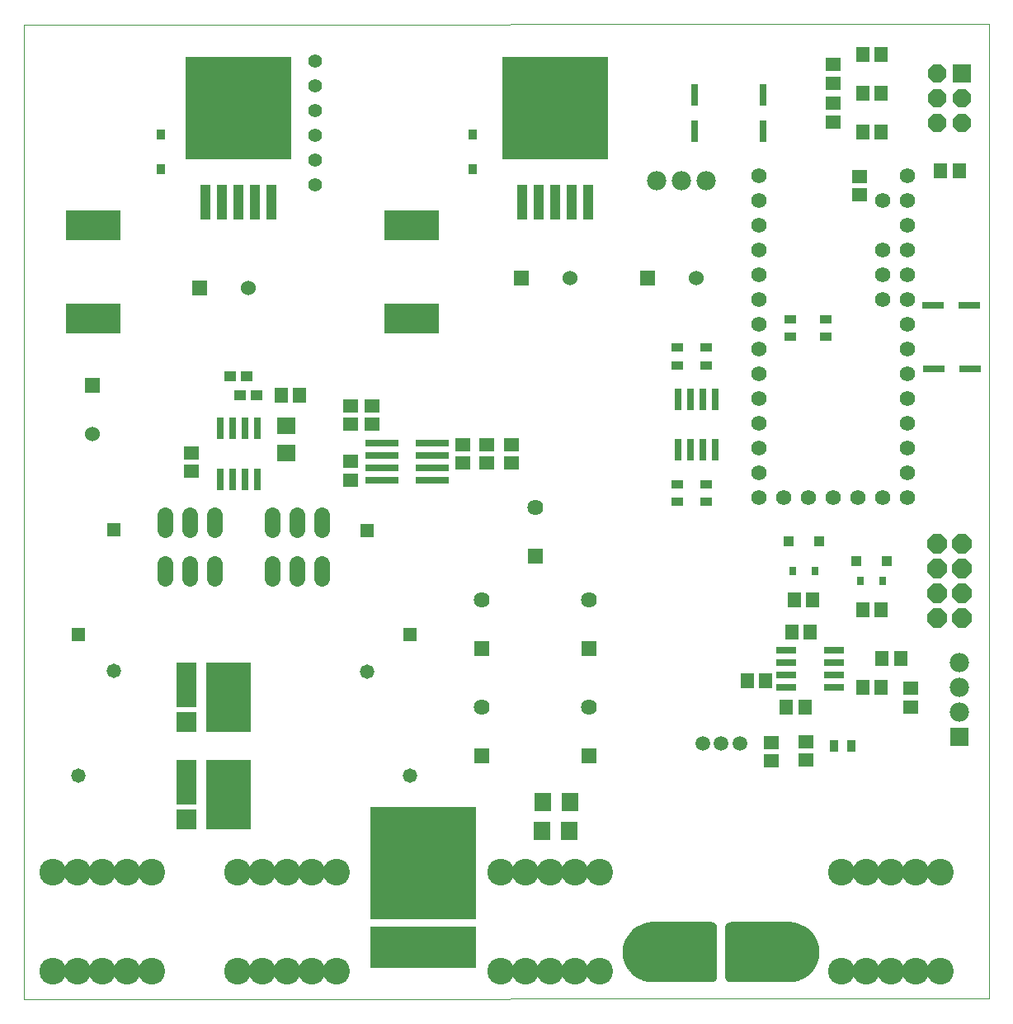
<source format=gts>
G75*
%MOIN*%
%OFA0B0*%
%FSLAX25Y25*%
%IPPOS*%
%LPD*%
%AMOC8*
5,1,8,0,0,1.08239X$1,22.5*
%
%ADD10C,0.00000*%
%ADD11R,0.08200X0.02600*%
%ADD12R,0.07487X0.06699*%
%ADD13R,0.06000X0.06000*%
%ADD14C,0.06000*%
%ADD15R,0.02959X0.09061*%
%ADD16R,0.05518X0.06306*%
%ADD17R,0.09061X0.02959*%
%ADD18R,0.06306X0.05518*%
%ADD19R,0.06400X0.06400*%
%ADD20C,0.06400*%
%ADD21R,0.04731X0.04337*%
%ADD22R,0.06699X0.07487*%
%ADD23OC8,0.07400*%
%ADD24R,0.07400X0.07400*%
%ADD25R,0.03550X0.05124*%
%ADD26R,0.02762X0.09061*%
%ADD27C,0.05550*%
%ADD28R,0.05800X0.05800*%
%ADD29C,0.05800*%
%ADD30C,0.06400*%
%ADD31C,0.06200*%
%ADD32R,0.18235X0.27959*%
%ADD33R,0.08274X0.08274*%
%ADD34R,0.08274X0.18117*%
%ADD35R,0.22447X0.12211*%
%ADD36R,0.03353X0.04337*%
%ADD37C,0.10794*%
%ADD38R,0.04200X0.14200*%
%ADD39R,0.42600X0.41200*%
%ADD40R,0.13400X0.02762*%
%ADD41R,0.42526X0.45282*%
%ADD42R,0.42526X0.16660*%
%ADD43C,0.00500*%
%ADD44R,0.04337X0.12211*%
%ADD45C,0.05943*%
%ADD46R,0.02880X0.03668*%
%ADD47R,0.03943X0.04140*%
%ADD48R,0.07800X0.07800*%
%ADD49C,0.07800*%
%ADD50R,0.05124X0.03550*%
%ADD51OC8,0.07800*%
D10*
X0009174Y0009174D02*
X0009174Y0402875D01*
X0398938Y0403269D01*
X0398938Y0009568D01*
X0009174Y0009174D01*
D11*
X0316954Y0135454D03*
X0316954Y0140454D03*
X0316954Y0145454D03*
X0316954Y0150454D03*
X0336354Y0150454D03*
X0336354Y0145454D03*
X0336354Y0140454D03*
X0336354Y0135454D03*
D12*
X0114961Y0230080D03*
X0114961Y0241103D03*
D13*
X0080025Y0296576D03*
X0036733Y0257220D03*
X0209946Y0300513D03*
X0261128Y0300513D03*
D14*
X0280828Y0300513D03*
X0229646Y0300513D03*
X0099725Y0296576D03*
X0036733Y0237520D03*
D15*
X0280040Y0359961D03*
X0280040Y0374528D03*
X0307599Y0374528D03*
X0307599Y0359961D03*
D16*
X0347954Y0359568D03*
X0355434Y0359568D03*
X0355434Y0375316D03*
X0347954Y0375316D03*
X0347954Y0391064D03*
X0355434Y0391064D03*
X0379450Y0343820D03*
X0386930Y0343820D03*
X0327875Y0170591D03*
X0320394Y0170591D03*
X0319410Y0157796D03*
X0326891Y0157796D03*
X0347954Y0166654D03*
X0355434Y0166654D03*
X0355828Y0146969D03*
X0363308Y0146969D03*
X0355434Y0135158D03*
X0347954Y0135158D03*
X0324725Y0127481D03*
X0317245Y0127481D03*
X0308780Y0138111D03*
X0301300Y0138111D03*
X0120473Y0253190D03*
X0112993Y0253190D03*
D17*
X0376694Y0263898D03*
X0391261Y0263898D03*
X0391064Y0289489D03*
X0376497Y0289489D03*
D18*
X0346772Y0334174D03*
X0346772Y0341654D03*
X0335946Y0363702D03*
X0335946Y0371182D03*
X0335946Y0379450D03*
X0335946Y0386930D03*
X0206024Y0233387D03*
X0206024Y0225906D03*
X0196182Y0225906D03*
X0196182Y0233387D03*
X0186339Y0233387D03*
X0186339Y0225906D03*
X0149922Y0241654D03*
X0149922Y0249135D03*
X0141064Y0249135D03*
X0141064Y0241654D03*
X0141064Y0226497D03*
X0141064Y0219017D03*
X0076615Y0222520D03*
X0076615Y0230001D03*
X0310946Y0112993D03*
X0310946Y0105513D03*
X0325119Y0105828D03*
X0325119Y0113308D03*
X0367442Y0127481D03*
X0367442Y0134961D03*
D19*
X0237520Y0150891D03*
X0215867Y0188293D03*
X0194213Y0150891D03*
X0194213Y0107584D03*
X0237520Y0107584D03*
D20*
X0237520Y0127284D03*
X0194213Y0127284D03*
X0194213Y0170591D03*
X0215867Y0207993D03*
X0237520Y0170591D03*
D21*
X0103072Y0253269D03*
X0096379Y0253269D03*
X0099135Y0261143D03*
X0092442Y0261143D03*
D22*
X0218859Y0089095D03*
X0229883Y0089095D03*
X0229568Y0077284D03*
X0218544Y0077284D03*
D23*
X0378032Y0363269D03*
X0378032Y0373269D03*
X0378032Y0383269D03*
X0388032Y0373269D03*
X0388032Y0363269D03*
D24*
X0388032Y0383269D03*
D25*
X0343426Y0111536D03*
X0336339Y0111536D03*
D26*
X0288328Y0231221D03*
X0283328Y0231221D03*
X0278328Y0231221D03*
X0273328Y0231221D03*
X0273328Y0251694D03*
X0278328Y0251694D03*
X0283328Y0251694D03*
X0288328Y0251694D03*
X0103288Y0239883D03*
X0098288Y0239883D03*
X0093288Y0239883D03*
X0088288Y0239883D03*
X0088288Y0219410D03*
X0093288Y0219410D03*
X0098288Y0219410D03*
X0103288Y0219410D03*
D27*
X0126910Y0338426D03*
X0126910Y0348426D03*
X0126910Y0358426D03*
X0126910Y0368426D03*
X0126910Y0378426D03*
X0126910Y0388426D03*
D28*
X0147835Y0198812D03*
X0164961Y0156804D03*
X0045473Y0199009D03*
X0031103Y0156607D03*
D29*
X0045473Y0142009D03*
X0031103Y0099607D03*
X0147835Y0141812D03*
X0164961Y0099804D03*
D30*
X0129410Y0179402D02*
X0129410Y0185402D01*
X0119410Y0185402D02*
X0119410Y0179402D01*
X0109410Y0179402D02*
X0109410Y0185402D01*
X0109410Y0199087D02*
X0109410Y0205087D01*
X0119410Y0205087D02*
X0119410Y0199087D01*
X0129410Y0199087D02*
X0129410Y0205087D01*
X0086103Y0205087D02*
X0086103Y0199087D01*
X0076103Y0199087D02*
X0076103Y0205087D01*
X0066103Y0205087D02*
X0066103Y0199087D01*
X0066103Y0185402D02*
X0066103Y0179402D01*
X0076103Y0179402D02*
X0076103Y0185402D01*
X0086103Y0185402D02*
X0086103Y0179402D01*
D31*
X0305946Y0211891D03*
X0315946Y0211891D03*
X0325946Y0211891D03*
X0335946Y0211891D03*
X0345946Y0211891D03*
X0355946Y0211891D03*
X0365946Y0211891D03*
X0365946Y0221891D03*
X0365946Y0231891D03*
X0365946Y0241891D03*
X0365946Y0251891D03*
X0365946Y0261891D03*
X0365946Y0271891D03*
X0365946Y0281891D03*
X0365946Y0291891D03*
X0365946Y0301891D03*
X0365946Y0311891D03*
X0355946Y0311891D03*
X0355946Y0301891D03*
X0355946Y0291891D03*
X0365946Y0321891D03*
X0365946Y0331891D03*
X0355946Y0331891D03*
X0365946Y0341891D03*
X0305946Y0341891D03*
X0305946Y0331891D03*
X0305946Y0321891D03*
X0305946Y0311891D03*
X0305946Y0301891D03*
X0305946Y0291891D03*
X0305946Y0281891D03*
X0305946Y0271891D03*
X0305946Y0261891D03*
X0305946Y0251891D03*
X0305946Y0241891D03*
X0305946Y0231891D03*
X0305946Y0221891D03*
D32*
X0091595Y0131221D03*
X0091595Y0091851D03*
D33*
X0074922Y0081891D03*
X0074922Y0121261D03*
D34*
X0074922Y0136300D03*
X0074922Y0096930D03*
D35*
X0036930Y0284450D03*
X0036930Y0321851D03*
X0165670Y0321851D03*
X0165670Y0284450D03*
D36*
X0190276Y0344607D03*
X0190276Y0358780D03*
X0064292Y0358780D03*
X0064292Y0344607D03*
D37*
X0060670Y0060670D03*
X0050670Y0060670D03*
X0040670Y0060670D03*
X0030670Y0060670D03*
X0020670Y0060670D03*
X0020670Y0020670D03*
X0030670Y0020670D03*
X0040670Y0020670D03*
X0050670Y0020670D03*
X0060670Y0020670D03*
X0095473Y0020670D03*
X0105473Y0020670D03*
X0115473Y0020670D03*
X0125473Y0020670D03*
X0135473Y0020670D03*
X0135473Y0060670D03*
X0125473Y0060670D03*
X0115473Y0060670D03*
X0105473Y0060670D03*
X0095473Y0060670D03*
X0201772Y0060670D03*
X0211772Y0060670D03*
X0221772Y0060670D03*
X0231772Y0060670D03*
X0241772Y0060670D03*
X0241772Y0020670D03*
X0231772Y0020670D03*
X0221772Y0020670D03*
X0211772Y0020670D03*
X0201772Y0020670D03*
X0339568Y0020670D03*
X0349568Y0020670D03*
X0359568Y0020670D03*
X0369568Y0020670D03*
X0379568Y0020670D03*
X0379568Y0060670D03*
X0369568Y0060670D03*
X0359568Y0060670D03*
X0349568Y0060670D03*
X0339568Y0060670D03*
D38*
X0237127Y0331410D03*
X0230434Y0331410D03*
X0223741Y0331410D03*
X0217048Y0331410D03*
X0210355Y0331410D03*
X0109174Y0331410D03*
X0102481Y0331410D03*
X0095788Y0331410D03*
X0089095Y0331410D03*
X0082402Y0331410D03*
D39*
X0095788Y0369410D03*
X0223741Y0369410D03*
D40*
X0174174Y0234076D03*
X0174174Y0229076D03*
X0174174Y0224076D03*
X0174174Y0219076D03*
X0153702Y0219076D03*
X0153702Y0224076D03*
X0153702Y0229076D03*
X0153702Y0234076D03*
D41*
X0170591Y0064292D03*
D42*
X0170591Y0030434D03*
D43*
X0251418Y0028347D02*
X0251538Y0030028D01*
X0251897Y0031675D01*
X0252485Y0033254D01*
X0253293Y0034733D01*
X0254303Y0036082D01*
X0255495Y0037273D01*
X0256844Y0038283D01*
X0258323Y0039091D01*
X0259902Y0039680D01*
X0261548Y0040038D01*
X0263229Y0040158D01*
X0286851Y0040158D01*
X0287289Y0040109D01*
X0287705Y0039963D01*
X0288079Y0039729D01*
X0288390Y0039417D01*
X0288625Y0039044D01*
X0288770Y0038628D01*
X0288820Y0038190D01*
X0288820Y0018505D01*
X0288770Y0018067D01*
X0288625Y0017651D01*
X0288390Y0017277D01*
X0288079Y0016966D01*
X0287705Y0016731D01*
X0287289Y0016586D01*
X0286851Y0016536D01*
X0263229Y0016536D01*
X0261548Y0016656D01*
X0259902Y0017015D01*
X0258323Y0017604D01*
X0256844Y0018411D01*
X0255495Y0019421D01*
X0254303Y0020613D01*
X0253293Y0021962D01*
X0252485Y0023441D01*
X0251897Y0025020D01*
X0251538Y0026666D01*
X0251418Y0028347D01*
X0251435Y0028117D02*
X0288820Y0028117D01*
X0288820Y0027619D02*
X0251470Y0027619D01*
X0251506Y0027120D02*
X0288820Y0027120D01*
X0288820Y0026622D02*
X0251548Y0026622D01*
X0251656Y0026123D02*
X0288820Y0026123D01*
X0288820Y0025625D02*
X0251765Y0025625D01*
X0251873Y0025126D02*
X0288820Y0025126D01*
X0288820Y0024628D02*
X0252043Y0024628D01*
X0252229Y0024129D02*
X0288820Y0024129D01*
X0288820Y0023631D02*
X0252415Y0023631D01*
X0252654Y0023132D02*
X0288820Y0023132D01*
X0288820Y0022634D02*
X0252926Y0022634D01*
X0253198Y0022135D02*
X0288820Y0022135D01*
X0288820Y0021637D02*
X0253536Y0021637D01*
X0253909Y0021138D02*
X0288820Y0021138D01*
X0288820Y0020640D02*
X0254283Y0020640D01*
X0254774Y0020141D02*
X0288820Y0020141D01*
X0288820Y0019643D02*
X0255273Y0019643D01*
X0255864Y0019144D02*
X0288820Y0019144D01*
X0288820Y0018646D02*
X0256530Y0018646D01*
X0257327Y0018147D02*
X0288779Y0018147D01*
X0288624Y0017649D02*
X0258240Y0017649D01*
X0259538Y0017150D02*
X0288263Y0017150D01*
X0287478Y0016652D02*
X0261615Y0016652D01*
X0263229Y0024410D02*
X0278977Y0024410D01*
X0279101Y0024412D01*
X0279224Y0024418D01*
X0279348Y0024427D01*
X0279470Y0024441D01*
X0279593Y0024458D01*
X0279715Y0024480D01*
X0279836Y0024505D01*
X0279956Y0024534D01*
X0280075Y0024566D01*
X0280194Y0024603D01*
X0280311Y0024643D01*
X0280426Y0024686D01*
X0280541Y0024734D01*
X0280653Y0024785D01*
X0280764Y0024839D01*
X0280874Y0024897D01*
X0280981Y0024958D01*
X0281087Y0025023D01*
X0281190Y0025091D01*
X0281291Y0025162D01*
X0281390Y0025236D01*
X0281487Y0025313D01*
X0281581Y0025394D01*
X0281672Y0025477D01*
X0281761Y0025563D01*
X0281847Y0025652D01*
X0281930Y0025743D01*
X0282011Y0025837D01*
X0282088Y0025934D01*
X0282162Y0026033D01*
X0282233Y0026134D01*
X0282301Y0026237D01*
X0282366Y0026343D01*
X0282427Y0026450D01*
X0282485Y0026560D01*
X0282539Y0026671D01*
X0282590Y0026783D01*
X0282638Y0026898D01*
X0282681Y0027013D01*
X0282721Y0027130D01*
X0282758Y0027249D01*
X0282790Y0027368D01*
X0282819Y0027488D01*
X0282844Y0027609D01*
X0282866Y0027731D01*
X0282883Y0027854D01*
X0282897Y0027976D01*
X0282906Y0028100D01*
X0282912Y0028223D01*
X0282914Y0028347D01*
X0282912Y0028471D01*
X0282906Y0028594D01*
X0282897Y0028718D01*
X0282883Y0028840D01*
X0282866Y0028963D01*
X0282844Y0029085D01*
X0282819Y0029206D01*
X0282790Y0029326D01*
X0282758Y0029445D01*
X0282721Y0029564D01*
X0282681Y0029681D01*
X0282638Y0029796D01*
X0282590Y0029911D01*
X0282539Y0030023D01*
X0282485Y0030134D01*
X0282427Y0030244D01*
X0282366Y0030351D01*
X0282301Y0030457D01*
X0282233Y0030560D01*
X0282162Y0030661D01*
X0282088Y0030760D01*
X0282011Y0030857D01*
X0281930Y0030951D01*
X0281847Y0031042D01*
X0281761Y0031131D01*
X0281672Y0031217D01*
X0281581Y0031300D01*
X0281487Y0031381D01*
X0281390Y0031458D01*
X0281291Y0031532D01*
X0281190Y0031603D01*
X0281087Y0031671D01*
X0280981Y0031736D01*
X0280874Y0031797D01*
X0280764Y0031855D01*
X0280653Y0031909D01*
X0280541Y0031960D01*
X0280426Y0032008D01*
X0280311Y0032051D01*
X0280194Y0032091D01*
X0280075Y0032128D01*
X0279956Y0032160D01*
X0279836Y0032189D01*
X0279715Y0032214D01*
X0279593Y0032236D01*
X0279470Y0032253D01*
X0279348Y0032267D01*
X0279224Y0032276D01*
X0279101Y0032282D01*
X0278977Y0032284D01*
X0263229Y0032284D01*
X0263105Y0032282D01*
X0262982Y0032276D01*
X0262858Y0032267D01*
X0262736Y0032253D01*
X0262613Y0032236D01*
X0262491Y0032214D01*
X0262370Y0032189D01*
X0262250Y0032160D01*
X0262131Y0032128D01*
X0262012Y0032091D01*
X0261895Y0032051D01*
X0261780Y0032008D01*
X0261665Y0031960D01*
X0261553Y0031909D01*
X0261442Y0031855D01*
X0261332Y0031797D01*
X0261225Y0031736D01*
X0261119Y0031671D01*
X0261016Y0031603D01*
X0260915Y0031532D01*
X0260816Y0031458D01*
X0260719Y0031381D01*
X0260625Y0031300D01*
X0260534Y0031217D01*
X0260445Y0031131D01*
X0260359Y0031042D01*
X0260276Y0030951D01*
X0260195Y0030857D01*
X0260118Y0030760D01*
X0260044Y0030661D01*
X0259973Y0030560D01*
X0259905Y0030457D01*
X0259840Y0030351D01*
X0259779Y0030244D01*
X0259721Y0030134D01*
X0259667Y0030023D01*
X0259616Y0029911D01*
X0259568Y0029796D01*
X0259525Y0029681D01*
X0259485Y0029564D01*
X0259448Y0029445D01*
X0259416Y0029326D01*
X0259387Y0029206D01*
X0259362Y0029085D01*
X0259340Y0028963D01*
X0259323Y0028840D01*
X0259309Y0028718D01*
X0259300Y0028594D01*
X0259294Y0028471D01*
X0259292Y0028347D01*
X0259294Y0028223D01*
X0259300Y0028100D01*
X0259309Y0027976D01*
X0259323Y0027854D01*
X0259340Y0027731D01*
X0259362Y0027609D01*
X0259387Y0027488D01*
X0259416Y0027368D01*
X0259448Y0027249D01*
X0259485Y0027130D01*
X0259525Y0027013D01*
X0259568Y0026898D01*
X0259616Y0026783D01*
X0259667Y0026671D01*
X0259721Y0026560D01*
X0259779Y0026450D01*
X0259840Y0026343D01*
X0259905Y0026237D01*
X0259973Y0026134D01*
X0260044Y0026033D01*
X0260118Y0025934D01*
X0260195Y0025837D01*
X0260276Y0025743D01*
X0260359Y0025652D01*
X0260445Y0025563D01*
X0260534Y0025477D01*
X0260625Y0025394D01*
X0260719Y0025313D01*
X0260816Y0025236D01*
X0260915Y0025162D01*
X0261016Y0025091D01*
X0261119Y0025023D01*
X0261225Y0024958D01*
X0261332Y0024897D01*
X0261442Y0024839D01*
X0261553Y0024785D01*
X0261665Y0024734D01*
X0261780Y0024686D01*
X0261895Y0024643D01*
X0262012Y0024603D01*
X0262131Y0024566D01*
X0262250Y0024534D01*
X0262370Y0024505D01*
X0262491Y0024480D01*
X0262613Y0024458D01*
X0262736Y0024441D01*
X0262858Y0024427D01*
X0262982Y0024418D01*
X0263105Y0024412D01*
X0263229Y0024410D01*
X0251437Y0028616D02*
X0288820Y0028616D01*
X0288820Y0029114D02*
X0251473Y0029114D01*
X0251509Y0029613D02*
X0288820Y0029613D01*
X0288820Y0030111D02*
X0251556Y0030111D01*
X0251665Y0030610D02*
X0288820Y0030610D01*
X0288820Y0031109D02*
X0251773Y0031109D01*
X0251882Y0031607D02*
X0288820Y0031607D01*
X0288820Y0032106D02*
X0252057Y0032106D01*
X0252243Y0032604D02*
X0288820Y0032604D01*
X0288820Y0033103D02*
X0252429Y0033103D01*
X0252675Y0033601D02*
X0288820Y0033601D01*
X0288820Y0034100D02*
X0252947Y0034100D01*
X0253220Y0034598D02*
X0288820Y0034598D01*
X0288820Y0035097D02*
X0253565Y0035097D01*
X0253939Y0035595D02*
X0288820Y0035595D01*
X0288820Y0036094D02*
X0254315Y0036094D01*
X0254813Y0036592D02*
X0288820Y0036592D01*
X0288820Y0037091D02*
X0255312Y0037091D01*
X0255916Y0037589D02*
X0288820Y0037589D01*
X0288820Y0038088D02*
X0256582Y0038088D01*
X0257398Y0038586D02*
X0288775Y0038586D01*
X0288599Y0039085D02*
X0258311Y0039085D01*
X0259643Y0039583D02*
X0288224Y0039583D01*
X0287367Y0040082D02*
X0262159Y0040082D01*
X0292757Y0038190D02*
X0292757Y0018505D01*
X0292806Y0018067D01*
X0292952Y0017651D01*
X0293186Y0017277D01*
X0293498Y0016966D01*
X0293871Y0016731D01*
X0294287Y0016586D01*
X0294725Y0016536D01*
X0318347Y0016536D01*
X0320028Y0016656D01*
X0321675Y0017015D01*
X0323254Y0017604D01*
X0324733Y0018411D01*
X0326082Y0019421D01*
X0327273Y0020613D01*
X0328283Y0021962D01*
X0329091Y0023441D01*
X0329680Y0025020D01*
X0330038Y0026666D01*
X0330158Y0028347D01*
X0330038Y0030028D01*
X0329680Y0031675D01*
X0329091Y0033254D01*
X0328283Y0034733D01*
X0327273Y0036082D01*
X0326082Y0037273D01*
X0324733Y0038283D01*
X0323254Y0039091D01*
X0321675Y0039680D01*
X0320028Y0040038D01*
X0318347Y0040158D01*
X0294725Y0040158D01*
X0294287Y0040109D01*
X0293871Y0039963D01*
X0293498Y0039729D01*
X0293186Y0039417D01*
X0292952Y0039044D01*
X0292806Y0038628D01*
X0292757Y0038190D01*
X0292757Y0038088D02*
X0324994Y0038088D01*
X0325660Y0037589D02*
X0292757Y0037589D01*
X0292757Y0037091D02*
X0326265Y0037091D01*
X0326763Y0036592D02*
X0292757Y0036592D01*
X0292757Y0036094D02*
X0327262Y0036094D01*
X0327638Y0035595D02*
X0292757Y0035595D01*
X0292757Y0035097D02*
X0328011Y0035097D01*
X0328357Y0034598D02*
X0292757Y0034598D01*
X0292757Y0034100D02*
X0328629Y0034100D01*
X0328901Y0033601D02*
X0292757Y0033601D01*
X0292757Y0033103D02*
X0329147Y0033103D01*
X0329333Y0032604D02*
X0292757Y0032604D01*
X0292757Y0032106D02*
X0329519Y0032106D01*
X0329695Y0031607D02*
X0292757Y0031607D01*
X0292757Y0031109D02*
X0329803Y0031109D01*
X0329911Y0030610D02*
X0292757Y0030610D01*
X0292757Y0030111D02*
X0330020Y0030111D01*
X0330068Y0029613D02*
X0292757Y0029613D01*
X0292757Y0029114D02*
X0330103Y0029114D01*
X0330139Y0028616D02*
X0292757Y0028616D01*
X0292757Y0028117D02*
X0330142Y0028117D01*
X0330106Y0027619D02*
X0292757Y0027619D01*
X0292757Y0027120D02*
X0330071Y0027120D01*
X0330028Y0026622D02*
X0292757Y0026622D01*
X0292757Y0026123D02*
X0329920Y0026123D01*
X0329811Y0025625D02*
X0292757Y0025625D01*
X0292757Y0025126D02*
X0329703Y0025126D01*
X0329534Y0024628D02*
X0292757Y0024628D01*
X0292757Y0024129D02*
X0329348Y0024129D01*
X0329162Y0023631D02*
X0292757Y0023631D01*
X0292757Y0023132D02*
X0328923Y0023132D01*
X0328650Y0022634D02*
X0292757Y0022634D01*
X0292757Y0022135D02*
X0328378Y0022135D01*
X0328040Y0021637D02*
X0292757Y0021637D01*
X0292757Y0021138D02*
X0327667Y0021138D01*
X0327294Y0020640D02*
X0292757Y0020640D01*
X0292757Y0020141D02*
X0326802Y0020141D01*
X0326304Y0019643D02*
X0292757Y0019643D01*
X0292757Y0019144D02*
X0325712Y0019144D01*
X0325046Y0018646D02*
X0292757Y0018646D01*
X0292797Y0018147D02*
X0324249Y0018147D01*
X0323336Y0017649D02*
X0292953Y0017649D01*
X0293313Y0017150D02*
X0322038Y0017150D01*
X0319962Y0016652D02*
X0294098Y0016652D01*
X0302599Y0024410D02*
X0318347Y0024410D01*
X0318471Y0024412D01*
X0318594Y0024418D01*
X0318718Y0024427D01*
X0318840Y0024441D01*
X0318963Y0024458D01*
X0319085Y0024480D01*
X0319206Y0024505D01*
X0319326Y0024534D01*
X0319445Y0024566D01*
X0319564Y0024603D01*
X0319681Y0024643D01*
X0319796Y0024686D01*
X0319911Y0024734D01*
X0320023Y0024785D01*
X0320134Y0024839D01*
X0320244Y0024897D01*
X0320351Y0024958D01*
X0320457Y0025023D01*
X0320560Y0025091D01*
X0320661Y0025162D01*
X0320760Y0025236D01*
X0320857Y0025313D01*
X0320951Y0025394D01*
X0321042Y0025477D01*
X0321131Y0025563D01*
X0321217Y0025652D01*
X0321300Y0025743D01*
X0321381Y0025837D01*
X0321458Y0025934D01*
X0321532Y0026033D01*
X0321603Y0026134D01*
X0321671Y0026237D01*
X0321736Y0026343D01*
X0321797Y0026450D01*
X0321855Y0026560D01*
X0321909Y0026671D01*
X0321960Y0026783D01*
X0322008Y0026898D01*
X0322051Y0027013D01*
X0322091Y0027130D01*
X0322128Y0027249D01*
X0322160Y0027368D01*
X0322189Y0027488D01*
X0322214Y0027609D01*
X0322236Y0027731D01*
X0322253Y0027854D01*
X0322267Y0027976D01*
X0322276Y0028100D01*
X0322282Y0028223D01*
X0322284Y0028347D01*
X0322282Y0028471D01*
X0322276Y0028594D01*
X0322267Y0028718D01*
X0322253Y0028840D01*
X0322236Y0028963D01*
X0322214Y0029085D01*
X0322189Y0029206D01*
X0322160Y0029326D01*
X0322128Y0029445D01*
X0322091Y0029564D01*
X0322051Y0029681D01*
X0322008Y0029796D01*
X0321960Y0029911D01*
X0321909Y0030023D01*
X0321855Y0030134D01*
X0321797Y0030244D01*
X0321736Y0030351D01*
X0321671Y0030457D01*
X0321603Y0030560D01*
X0321532Y0030661D01*
X0321458Y0030760D01*
X0321381Y0030857D01*
X0321300Y0030951D01*
X0321217Y0031042D01*
X0321131Y0031131D01*
X0321042Y0031217D01*
X0320951Y0031300D01*
X0320857Y0031381D01*
X0320760Y0031458D01*
X0320661Y0031532D01*
X0320560Y0031603D01*
X0320457Y0031671D01*
X0320351Y0031736D01*
X0320244Y0031797D01*
X0320134Y0031855D01*
X0320023Y0031909D01*
X0319911Y0031960D01*
X0319796Y0032008D01*
X0319681Y0032051D01*
X0319564Y0032091D01*
X0319445Y0032128D01*
X0319326Y0032160D01*
X0319206Y0032189D01*
X0319085Y0032214D01*
X0318963Y0032236D01*
X0318840Y0032253D01*
X0318718Y0032267D01*
X0318594Y0032276D01*
X0318471Y0032282D01*
X0318347Y0032284D01*
X0302599Y0032284D01*
X0302475Y0032282D01*
X0302352Y0032276D01*
X0302228Y0032267D01*
X0302106Y0032253D01*
X0301983Y0032236D01*
X0301861Y0032214D01*
X0301740Y0032189D01*
X0301620Y0032160D01*
X0301501Y0032128D01*
X0301382Y0032091D01*
X0301265Y0032051D01*
X0301150Y0032008D01*
X0301035Y0031960D01*
X0300923Y0031909D01*
X0300812Y0031855D01*
X0300702Y0031797D01*
X0300595Y0031736D01*
X0300489Y0031671D01*
X0300386Y0031603D01*
X0300285Y0031532D01*
X0300186Y0031458D01*
X0300089Y0031381D01*
X0299995Y0031300D01*
X0299904Y0031217D01*
X0299815Y0031131D01*
X0299729Y0031042D01*
X0299646Y0030951D01*
X0299565Y0030857D01*
X0299488Y0030760D01*
X0299414Y0030661D01*
X0299343Y0030560D01*
X0299275Y0030457D01*
X0299210Y0030351D01*
X0299149Y0030244D01*
X0299091Y0030134D01*
X0299037Y0030023D01*
X0298986Y0029911D01*
X0298938Y0029796D01*
X0298895Y0029681D01*
X0298855Y0029564D01*
X0298818Y0029445D01*
X0298786Y0029326D01*
X0298757Y0029206D01*
X0298732Y0029085D01*
X0298710Y0028963D01*
X0298693Y0028840D01*
X0298679Y0028718D01*
X0298670Y0028594D01*
X0298664Y0028471D01*
X0298662Y0028347D01*
X0298664Y0028223D01*
X0298670Y0028100D01*
X0298679Y0027976D01*
X0298693Y0027854D01*
X0298710Y0027731D01*
X0298732Y0027609D01*
X0298757Y0027488D01*
X0298786Y0027368D01*
X0298818Y0027249D01*
X0298855Y0027130D01*
X0298895Y0027013D01*
X0298938Y0026898D01*
X0298986Y0026783D01*
X0299037Y0026671D01*
X0299091Y0026560D01*
X0299149Y0026450D01*
X0299210Y0026343D01*
X0299275Y0026237D01*
X0299343Y0026134D01*
X0299414Y0026033D01*
X0299488Y0025934D01*
X0299565Y0025837D01*
X0299646Y0025743D01*
X0299729Y0025652D01*
X0299815Y0025563D01*
X0299904Y0025477D01*
X0299995Y0025394D01*
X0300089Y0025313D01*
X0300186Y0025236D01*
X0300285Y0025162D01*
X0300386Y0025091D01*
X0300489Y0025023D01*
X0300595Y0024958D01*
X0300702Y0024897D01*
X0300812Y0024839D01*
X0300923Y0024785D01*
X0301035Y0024734D01*
X0301150Y0024686D01*
X0301265Y0024643D01*
X0301382Y0024603D01*
X0301501Y0024566D01*
X0301620Y0024534D01*
X0301740Y0024505D01*
X0301861Y0024480D01*
X0301983Y0024458D01*
X0302106Y0024441D01*
X0302228Y0024427D01*
X0302352Y0024418D01*
X0302475Y0024412D01*
X0302599Y0024410D01*
X0292801Y0038586D02*
X0324178Y0038586D01*
X0323265Y0039085D02*
X0292977Y0039085D01*
X0293352Y0039583D02*
X0321934Y0039583D01*
X0319418Y0040082D02*
X0294209Y0040082D01*
D44*
X0294725Y0028347D03*
X0286851Y0028347D03*
D45*
X0283269Y0112599D03*
X0290788Y0112599D03*
X0298308Y0112599D03*
D46*
X0347166Y0178465D03*
X0356221Y0178465D03*
X0328662Y0182402D03*
X0319607Y0182402D03*
D47*
X0317934Y0194213D03*
X0330335Y0194213D03*
X0345493Y0186339D03*
X0357894Y0186339D03*
D48*
X0387127Y0115473D03*
D49*
X0387127Y0125473D03*
X0387127Y0135473D03*
X0387127Y0145473D03*
X0284765Y0339883D03*
X0274765Y0339883D03*
X0264765Y0339883D03*
D50*
X0318623Y0283977D03*
X0318623Y0276891D03*
X0333190Y0276891D03*
X0333190Y0283977D03*
X0284765Y0272560D03*
X0284765Y0265473D03*
X0272954Y0265473D03*
X0272954Y0272560D03*
X0272954Y0217442D03*
X0272954Y0210355D03*
X0284765Y0210355D03*
X0284765Y0217442D03*
D51*
X0378190Y0193465D03*
X0378190Y0183465D03*
X0378190Y0173465D03*
X0378190Y0163465D03*
X0388190Y0163465D03*
X0388190Y0173465D03*
X0388190Y0183465D03*
X0388190Y0193465D03*
M02*

</source>
